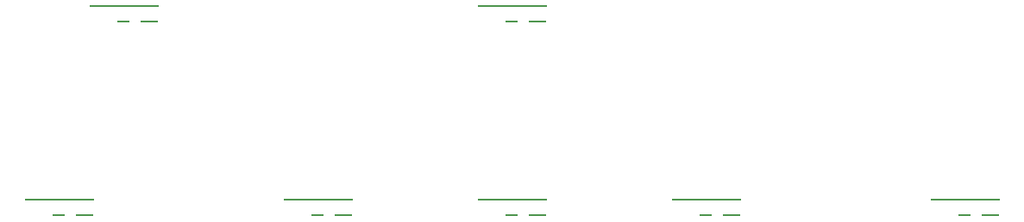
<source format=gbr>
%TF.GenerationSoftware,KiCad,Pcbnew,(6.0.1)*%
%TF.CreationDate,2022-12-18T00:47:21-08:00*%
%TF.ProjectId,JoyKeyMX,4a6f794b-6579-44d5-982e-6b696361645f,B*%
%TF.SameCoordinates,Original*%
%TF.FileFunction,Paste,Top*%
%TF.FilePolarity,Positive*%
%FSLAX46Y46*%
G04 Gerber Fmt 4.6, Leading zero omitted, Abs format (unit mm)*
G04 Created by KiCad (PCBNEW (6.0.1)) date 2022-12-18 00:47:21*
%MOMM*%
%LPD*%
G01*
G04 APERTURE LIST*
%ADD10R,6.832600X0.228600*%
%ADD11R,1.758000X0.284000*%
%ADD12R,1.312000X0.254000*%
G04 APERTURE END LIST*
D10*
%TO.C,SW7*%
X144830800Y-130683000D03*
D11*
X147310000Y-132192000D03*
D12*
X144780000Y-132207000D03*
%TD*%
D10*
%TO.C,SW6*%
X106730800Y-130683000D03*
D11*
X109210000Y-132192000D03*
D12*
X106680000Y-132207000D03*
%TD*%
D10*
%TO.C,SW5*%
X125780800Y-130683000D03*
D11*
X128260000Y-132192000D03*
D12*
X125730000Y-132207000D03*
%TD*%
D10*
%TO.C,SW4*%
X125780800Y-111633000D03*
D11*
X128260000Y-113142000D03*
D12*
X125730000Y-113157000D03*
%TD*%
D10*
%TO.C,SW3*%
X87680800Y-111633000D03*
D11*
X90160000Y-113142000D03*
D12*
X87630000Y-113157000D03*
%TD*%
D10*
%TO.C,SW2*%
X170230800Y-130683000D03*
D11*
X172710000Y-132192000D03*
D12*
X170180000Y-132207000D03*
%TD*%
D10*
%TO.C,SW1*%
X81330800Y-130683000D03*
D11*
X83810000Y-132192000D03*
D12*
X81280000Y-132207000D03*
%TD*%
M02*

</source>
